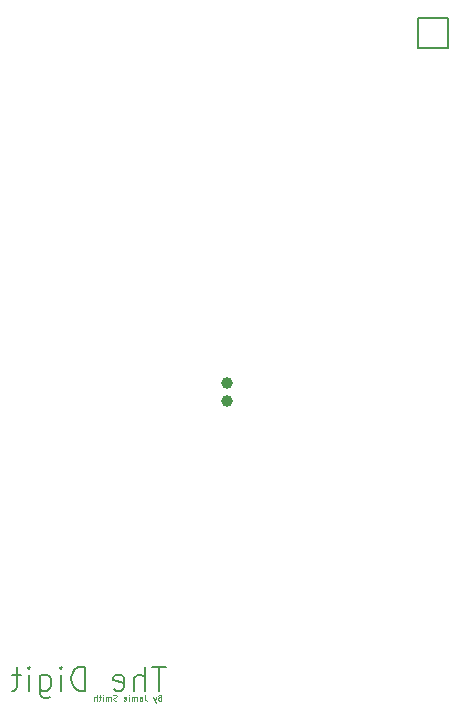
<source format=gbr>
%TF.GenerationSoftware,KiCad,Pcbnew,(6.0.7)*%
%TF.CreationDate,2022-08-09T03:43:16+01:00*%
%TF.ProjectId,digitsbest,64696769-7473-4626-9573-742e6b696361,v1.0.0*%
%TF.SameCoordinates,Original*%
%TF.FileFunction,Legend,Bot*%
%TF.FilePolarity,Positive*%
%FSLAX46Y46*%
G04 Gerber Fmt 4.6, Leading zero omitted, Abs format (unit mm)*
G04 Created by KiCad (PCBNEW (6.0.7)) date 2022-08-09 03:43:16*
%MOMM*%
%LPD*%
G01*
G04 APERTURE LIST*
%ADD10C,0.150000*%
%ADD11C,0.050000*%
%ADD12C,1.000000*%
G04 APERTURE END LIST*
D10*
X160193809Y-143176761D02*
X159050952Y-143176761D01*
X159622380Y-145176761D02*
X159622380Y-143176761D01*
X158384285Y-145176761D02*
X158384285Y-143176761D01*
X157527142Y-145176761D02*
X157527142Y-144129142D01*
X157622380Y-143938666D01*
X157812857Y-143843428D01*
X158098571Y-143843428D01*
X158289047Y-143938666D01*
X158384285Y-144033904D01*
X155812857Y-145081523D02*
X156003333Y-145176761D01*
X156384285Y-145176761D01*
X156574761Y-145081523D01*
X156670000Y-144891047D01*
X156670000Y-144129142D01*
X156574761Y-143938666D01*
X156384285Y-143843428D01*
X156003333Y-143843428D01*
X155812857Y-143938666D01*
X155717619Y-144129142D01*
X155717619Y-144319619D01*
X156670000Y-144510095D01*
X153336666Y-145176761D02*
X153336666Y-143176761D01*
X152860476Y-143176761D01*
X152574761Y-143272000D01*
X152384285Y-143462476D01*
X152289047Y-143652952D01*
X152193809Y-144033904D01*
X152193809Y-144319619D01*
X152289047Y-144700571D01*
X152384285Y-144891047D01*
X152574761Y-145081523D01*
X152860476Y-145176761D01*
X153336666Y-145176761D01*
X151336666Y-145176761D02*
X151336666Y-143843428D01*
X151336666Y-143176761D02*
X151431904Y-143272000D01*
X151336666Y-143367238D01*
X151241428Y-143272000D01*
X151336666Y-143176761D01*
X151336666Y-143367238D01*
X149527142Y-143843428D02*
X149527142Y-145462476D01*
X149622380Y-145652952D01*
X149717619Y-145748190D01*
X149908095Y-145843428D01*
X150193809Y-145843428D01*
X150384285Y-145748190D01*
X149527142Y-145081523D02*
X149717619Y-145176761D01*
X150098571Y-145176761D01*
X150289047Y-145081523D01*
X150384285Y-144986285D01*
X150479523Y-144795809D01*
X150479523Y-144224380D01*
X150384285Y-144033904D01*
X150289047Y-143938666D01*
X150098571Y-143843428D01*
X149717619Y-143843428D01*
X149527142Y-143938666D01*
X148574761Y-145176761D02*
X148574761Y-143843428D01*
X148574761Y-143176761D02*
X148670000Y-143272000D01*
X148574761Y-143367238D01*
X148479523Y-143272000D01*
X148574761Y-143176761D01*
X148574761Y-143367238D01*
X147908095Y-143843428D02*
X147146190Y-143843428D01*
X147622380Y-143176761D02*
X147622380Y-144891047D01*
X147527142Y-145081523D01*
X147336666Y-145176761D01*
X147146190Y-145176761D01*
D11*
X159650571Y-145760285D02*
X159579142Y-145784095D01*
X159555333Y-145807904D01*
X159531523Y-145855523D01*
X159531523Y-145926952D01*
X159555333Y-145974571D01*
X159579142Y-145998380D01*
X159626761Y-146022190D01*
X159817238Y-146022190D01*
X159817238Y-145522190D01*
X159650571Y-145522190D01*
X159602952Y-145546000D01*
X159579142Y-145569809D01*
X159555333Y-145617428D01*
X159555333Y-145665047D01*
X159579142Y-145712666D01*
X159602952Y-145736476D01*
X159650571Y-145760285D01*
X159817238Y-145760285D01*
X159364857Y-145688857D02*
X159245809Y-146022190D01*
X159126761Y-145688857D02*
X159245809Y-146022190D01*
X159293428Y-146141238D01*
X159317238Y-146165047D01*
X159364857Y-146188857D01*
X158412476Y-145522190D02*
X158412476Y-145879333D01*
X158436285Y-145950761D01*
X158483904Y-145998380D01*
X158555333Y-146022190D01*
X158602952Y-146022190D01*
X157960095Y-146022190D02*
X157960095Y-145760285D01*
X157983904Y-145712666D01*
X158031523Y-145688857D01*
X158126761Y-145688857D01*
X158174380Y-145712666D01*
X157960095Y-145998380D02*
X158007714Y-146022190D01*
X158126761Y-146022190D01*
X158174380Y-145998380D01*
X158198190Y-145950761D01*
X158198190Y-145903142D01*
X158174380Y-145855523D01*
X158126761Y-145831714D01*
X158007714Y-145831714D01*
X157960095Y-145807904D01*
X157722000Y-146022190D02*
X157722000Y-145688857D01*
X157722000Y-145736476D02*
X157698190Y-145712666D01*
X157650571Y-145688857D01*
X157579142Y-145688857D01*
X157531523Y-145712666D01*
X157507714Y-145760285D01*
X157507714Y-146022190D01*
X157507714Y-145760285D02*
X157483904Y-145712666D01*
X157436285Y-145688857D01*
X157364857Y-145688857D01*
X157317238Y-145712666D01*
X157293428Y-145760285D01*
X157293428Y-146022190D01*
X157055333Y-146022190D02*
X157055333Y-145688857D01*
X157055333Y-145522190D02*
X157079142Y-145546000D01*
X157055333Y-145569809D01*
X157031523Y-145546000D01*
X157055333Y-145522190D01*
X157055333Y-145569809D01*
X156626761Y-145998380D02*
X156674380Y-146022190D01*
X156769619Y-146022190D01*
X156817238Y-145998380D01*
X156841047Y-145950761D01*
X156841047Y-145760285D01*
X156817238Y-145712666D01*
X156769619Y-145688857D01*
X156674380Y-145688857D01*
X156626761Y-145712666D01*
X156602952Y-145760285D01*
X156602952Y-145807904D01*
X156841047Y-145855523D01*
X156031523Y-145998380D02*
X155960095Y-146022190D01*
X155841047Y-146022190D01*
X155793428Y-145998380D01*
X155769619Y-145974571D01*
X155745809Y-145926952D01*
X155745809Y-145879333D01*
X155769619Y-145831714D01*
X155793428Y-145807904D01*
X155841047Y-145784095D01*
X155936285Y-145760285D01*
X155983904Y-145736476D01*
X156007714Y-145712666D01*
X156031523Y-145665047D01*
X156031523Y-145617428D01*
X156007714Y-145569809D01*
X155983904Y-145546000D01*
X155936285Y-145522190D01*
X155817238Y-145522190D01*
X155745809Y-145546000D01*
X155531523Y-146022190D02*
X155531523Y-145688857D01*
X155531523Y-145736476D02*
X155507714Y-145712666D01*
X155460095Y-145688857D01*
X155388666Y-145688857D01*
X155341047Y-145712666D01*
X155317238Y-145760285D01*
X155317238Y-146022190D01*
X155317238Y-145760285D02*
X155293428Y-145712666D01*
X155245809Y-145688857D01*
X155174380Y-145688857D01*
X155126761Y-145712666D01*
X155102952Y-145760285D01*
X155102952Y-146022190D01*
X154864857Y-146022190D02*
X154864857Y-145688857D01*
X154864857Y-145522190D02*
X154888666Y-145546000D01*
X154864857Y-145569809D01*
X154841047Y-145546000D01*
X154864857Y-145522190D01*
X154864857Y-145569809D01*
X154698190Y-145688857D02*
X154507714Y-145688857D01*
X154626761Y-145522190D02*
X154626761Y-145950761D01*
X154602952Y-145998380D01*
X154555333Y-146022190D01*
X154507714Y-146022190D01*
X154341047Y-146022190D02*
X154341047Y-145522190D01*
X154126761Y-146022190D02*
X154126761Y-145760285D01*
X154150571Y-145712666D01*
X154198190Y-145688857D01*
X154269619Y-145688857D01*
X154317238Y-145712666D01*
X154341047Y-145736476D01*
D10*
%TO.C,MCU1*%
X181509718Y-88249276D02*
X181509718Y-90789276D01*
X181509718Y-90789276D02*
X184049718Y-90789276D01*
X181509718Y-88249276D02*
X184049718Y-88249276D01*
X184049718Y-90789276D02*
X184049718Y-88249276D01*
%TD*%
D12*
%TO.C,*%
X165354000Y-120638000D03*
X165354000Y-119138000D03*
%TD*%
M02*

</source>
